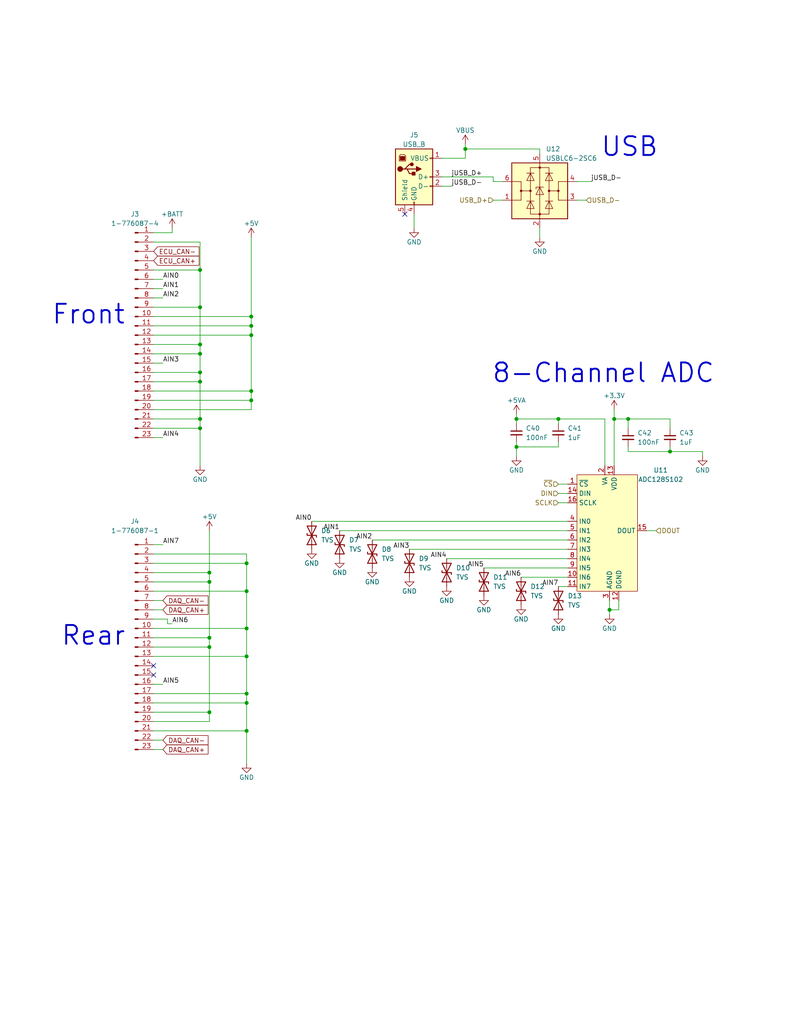
<source format=kicad_sch>
(kicad_sch (version 20250114) (generator "eeschema") (generator_version "9.0")
  (paper "USLetter" portrait)
  (title_block (title "SDM-24 Data Logger") (date "2024-01-20") (rev "v3.1") (company "Sun Devil Motorsports") (comment 1 "Connectors"))
  (lib_symbols
    (symbol "Connector:Conn_01x23_Pin" (pin_names (offset 1.016) (hide yes))
      (property "Reference" "J" (at 0 30.48 0))
      (property "Value" "Conn_01x23_Pin" (at 0 -30.48 0))
      (symbol "Conn_01x23_Pin_1_1"
        (rectangle (start 0.8636 28.067) (end 0 27.813) (stroke (width 0.1524)) (fill (type outline)))
        (rectangle (start 0.8636 25.527) (end 0 25.273) (stroke (width 0.1524)) (fill (type outline)))
        (rectangle (start 0.8636 22.987) (end 0 22.733) (stroke (width 0.1524)) (fill (type outline)))
        (rectangle (start 0.8636 20.447) (end 0 20.193) (stroke (width 0.1524)) (fill (type outline)))
        (rectangle (start 0.8636 17.907) (end 0 17.653) (stroke (width 0.1524)) (fill (type outline)))
        (rectangle (start 0.8636 15.367) (end 0 15.113) (stroke (width 0.1524)) (fill (type outline)))
        (rectangle (start 0.8636 12.827) (end 0 12.573) (stroke (width 0.1524)) (fill (type outline)))
        (rectangle (start 0.8636 10.287) (end 0 10.033) (stroke (width 0.1524)) (fill (type outline)))
        (rectangle (start 0.8636 7.747) (end 0 7.493) (stroke (width 0.1524)) (fill (type outline)))
        (rectangle (start 0.8636 5.207) (end 0 4.953) (stroke (width 0.1524)) (fill (type outline)))
        (rectangle (start 0.8636 2.667) (end 0 2.413) (stroke (width 0.1524)) (fill (type outline)))
        (rectangle (start 0.8636 0.127) (end 0 -0.127) (stroke (width 0.1524)) (fill (type outline)))
        (rectangle (start 0.8636 -2.413) (end 0 -2.667) (stroke (width 0.1524)) (fill (type outline)))
        (rectangle (start 0.8636 -4.953) (end 0 -5.207) (stroke (width 0.1524)) (fill (type outline)))
        (rectangle (start 0.8636 -7.493) (end 0 -7.747) (stroke (width 0.1524)) (fill (type outline)))
        (rectangle (start 0.8636 -10.033) (end 0 -10.287) (stroke (width 0.1524)) (fill (type outline)))
        (rectangle (start 0.8636 -12.573) (end 0 -12.827) (stroke (width 0.1524)) (fill (type outline)))
        (rectangle (start 0.8636 -15.113) (end 0 -15.367) (stroke (width 0.1524)) (fill (type outline)))
        (rectangle (start 0.8636 -17.653) (end 0 -17.907) (stroke (width 0.1524)) (fill (type outline)))
        (rectangle (start 0.8636 -20.193) (end 0 -20.447) (stroke (width 0.1524)) (fill (type outline)))
        (rectangle (start 0.8636 -22.733) (end 0 -22.987) (stroke (width 0.1524)) (fill (type outline)))
        (rectangle (start 0.8636 -25.273) (end 0 -25.527) (stroke (width 0.1524)) (fill (type outline)))
        (rectangle (start 0.8636 -27.813) (end 0 -28.067) (stroke (width 0.1524)) (fill (type outline)))
        (polyline (pts (xy 1.27 27.94) (xy 0.8636 27.94)) (stroke (width 0.1524)))
        (polyline (pts (xy 1.27 25.4) (xy 0.8636 25.4)) (stroke (width 0.1524)))
        (polyline (pts (xy 1.27 22.86) (xy 0.8636 22.86)) (stroke (width 0.1524)))
        (polyline (pts (xy 1.27 20.32) (xy 0.8636 20.32)) (stroke (width 0.1524)))
        (polyline (pts (xy 1.27 17.78) (xy 0.8636 17.78)) (stroke (width 0.1524)))
        (polyline (pts (xy 1.27 15.24) (xy 0.8636 15.24)) (stroke (width 0.1524)))
        (polyline (pts (xy 1.27 12.7) (xy 0.8636 12.7)) (stroke (width 0.1524)))
        (polyline (pts (xy 1.27 10.16) (xy 0.8636 10.16)) (stroke (width 0.1524)))
        (polyline (pts (xy 1.27 7.62) (xy 0.8636 7.62)) (stroke (width 0.1524)))
        (polyline (pts (xy 1.27 5.08) (xy 0.8636 5.08)) (stroke (width 0.1524)))
        (polyline (pts (xy 1.27 2.54) (xy 0.8636 2.54)) (stroke (width 0.1524)))
        (polyline (pts (xy 1.27 0) (xy 0.8636 0)) (stroke (width 0.1524)))
        (polyline (pts (xy 1.27 -2.54) (xy 0.8636 -2.54)) (stroke (width 0.1524)))
        (polyline (pts (xy 1.27 -5.08) (xy 0.8636 -5.08)) (stroke (width 0.1524)))
        (polyline (pts (xy 1.27 -7.62) (xy 0.8636 -7.62)) (stroke (width 0.1524)))
        (polyline (pts (xy 1.27 -10.16) (xy 0.8636 -10.16)) (stroke (width 0.1524)))
        (polyline (pts (xy 1.27 -12.7) (xy 0.8636 -12.7)) (stroke (width 0.1524)))
        (polyline (pts (xy 1.27 -15.24) (xy 0.8636 -15.24)) (stroke (width 0.1524)))
        (polyline (pts (xy 1.27 -17.78) (xy 0.8636 -17.78)) (stroke (width 0.1524)))
        (polyline (pts (xy 1.27 -20.32) (xy 0.8636 -20.32)) (stroke (width 0.1524)))
        (polyline (pts (xy 1.27 -22.86) (xy 0.8636 -22.86)) (stroke (width 0.1524)))
        (polyline (pts (xy 1.27 -25.4) (xy 0.8636 -25.4)) (stroke (width 0.1524)))
        (polyline (pts (xy 1.27 -27.94) (xy 0.8636 -27.94)) (stroke (width 0.1524)))
        (pin passive line (at 5.08 27.94 180) (length 3.81) (name "Pin_1") (number "1"))
        (pin passive line (at 5.08 25.4 180) (length 3.81) (name "Pin_2") (number "2"))
        (pin passive line (at 5.08 22.86 180) (length 3.81) (name "Pin_3") (number "3"))
        (pin passive line (at 5.08 20.32 180) (length 3.81) (name "Pin_4") (number "4"))
        (pin passive line (at 5.08 17.78 180) (length 3.81) (name "Pin_5") (number "5"))
        (pin passive line (at 5.08 15.24 180) (length 3.81) (name "Pin_6") (number "6"))
        (pin passive line (at 5.08 12.7 180) (length 3.81) (name "Pin_7") (number "7"))
        (pin passive line (at 5.08 10.16 180) (length 3.81) (name "Pin_8") (number "8"))
        (pin passive line (at 5.08 7.62 180) (length 3.81) (name "Pin_9") (number "9"))
        (pin passive line (at 5.08 5.08 180) (length 3.81) (name "Pin_10") (number "10"))
        (pin passive line (at 5.08 2.54 180) (length 3.81) (name "Pin_11") (number "11"))
        (pin passive line (at 5.08 0 180) (length 3.81) (name "Pin_12") (number "12"))
        (pin passive line (at 5.08 -2.54 180) (length 3.81) (name "Pin_13") (number "13"))
        (pin passive line (at 5.08 -5.08 180) (length 3.81) (name "Pin_14") (number "14"))
        (pin passive line (at 5.08 -7.62 180) (length 3.81) (name "Pin_15") (number "15"))
        (pin passive line (at 5.08 -10.16 180) (length 3.81) (name "Pin_16") (number "16"))
        (pin passive line (at 5.08 -12.7 180) (length 3.81) (name "Pin_17") (number "17"))
        (pin passive line (at 5.08 -15.24 180) (length 3.81) (name "Pin_18") (number "18"))
        (pin passive line (at 5.08 -17.78 180) (length 3.81) (name "Pin_19") (number "19"))
        (pin passive line (at 5.08 -20.32 180) (length 3.81) (name "Pin_20") (number "20"))
        (pin passive line (at 5.08 -22.86 180) (length 3.81) (name "Pin_21") (number "21"))
        (pin passive line (at 5.08 -25.4 180) (length 3.81) (name "Pin_22") (number "22"))
        (pin passive line (at 5.08 -27.94 180) (length 3.81) (name "Pin_23") (number "23"))
      )
    )
    (symbol "Connector:USB_B" (pin_names (offset 1.016))
      (property "Reference" "J" (at -5.08 11.43 0))
      (property "Value" "USB_B" (at -5.08 8.89 0))
      (symbol "USB_B_0_1"
        (rectangle (start -5.08 -7.62) (end 5.08 7.62) (stroke (width 0.254)) (fill (type background)))
        (polyline (pts (xy -4.064 4.318) (xy -2.286 4.318) (xy -2.286 5.715) (xy -2.667 6.096) (xy -3.683 6.096) (xy -4.064 5.715) (xy -4.064 4.318)))
        (rectangle (start -3.81 5.588) (end -2.54 4.572) (fill (type outline)))
        (circle (center -3.81 2.159) (radius 0.635) (stroke (width 0.254)) (fill (type outline)))
        (polyline (pts (xy -3.175 2.159) (xy -2.54 2.159) (xy -1.27 3.429) (xy -0.635 3.429)) (stroke (width 0.254)))
        (polyline (pts (xy -2.54 2.159) (xy -1.905 2.159) (xy -1.27 0.889) (xy 0 0.889)) (stroke (width 0.254)))
        (polyline (pts (xy -1.905 2.159) (xy 0.635 2.159)) (stroke (width 0.254)))
        (circle (center -0.635 3.429) (radius 0.381) (stroke (width 0.254)) (fill (type outline)))
        (rectangle (start -0.127 -7.62) (end 0.127 -6.858))
        (rectangle (start 0.254 1.27) (end -0.508 0.508) (stroke (width 0.254)) (fill (type outline)))
        (polyline (pts (xy 0.635 2.794) (xy 0.635 1.524) (xy 1.905 2.159) (xy 0.635 2.794)) (stroke (width 0.254)) (fill (type outline)))
        (rectangle (start 5.08 4.953) (end 4.318 5.207))
        (rectangle (start 5.08 -0.127) (end 4.318 0.127))
        (rectangle (start 5.08 -2.667) (end 4.318 -2.413))
      )
      (symbol "USB_B_1_1"
        (pin passive line (at -2.54 -10.16 90) (length 2.54) (name "Shield") (number "5"))
        (pin power_out line (at 0 -10.16 90) (length 2.54) (name "GND") (number "4"))
        (pin power_out line (at 7.62 5.08 180) (length 2.54) (name "VBUS") (number "1"))
        (pin bidirectional line (at 7.62 0 180) (length 2.54) (name "D+") (number "3"))
        (pin bidirectional line (at 7.62 -2.54 180) (length 2.54) (name "D-") (number "2"))
      )
    )
    (symbol "Device:C_Small" (pin_numbers (hide yes)) (pin_names (offset 0.254) (hide yes))
      (property "Reference" "C" (at 0.254 1.778 0))
      (property "Value" "C_Small" (at 0.254 -2.032 0))
      (symbol "C_Small_0_1"
        (polyline (pts (xy -1.524 0.508) (xy 1.524 0.508)) (stroke (width 0.3048)))
        (polyline (pts (xy -1.524 -0.508) (xy 1.524 -0.508)) (stroke (width 0.3302)))
      )
      (symbol "C_Small_1_1"
        (pin passive line (at 0 2.54 270) (length 2.032) (name "~") (number "1"))
        (pin passive line (at 0 -2.54 90) (length 2.032) (name "~") (number "2"))
      )
    )
    (symbol "Device:D_TVS" (pin_numbers (hide yes)) (pin_names (offset 1.016) (hide yes))
      (property "Reference" "D" (at 0 2.54 0))
      (property "Value" "D_TVS" (at 0 -2.54 0))
      (symbol "D_TVS_0_1"
        (polyline (pts (xy -2.54 1.27) (xy -2.54 -1.27) (xy 2.54 1.27) (xy 2.54 -1.27) (xy -2.54 1.27)) (stroke (width 0.254)))
        (polyline (pts (xy 0.508 1.27) (xy 0 1.27) (xy 0 -1.27) (xy -0.508 -1.27)) (stroke (width 0.254)))
        (polyline (pts (xy 1.27 0) (xy -1.27 0)))
      )
      (symbol "D_TVS_1_1"
        (pin passive line (at -3.81 0 0) (length 2.54) (name "A1") (number "1"))
        (pin passive line (at 3.81 0 180) (length 2.54) (name "A2") (number "2"))
      )
    )
    (symbol "Power_Protection:USBLC6-2SC6" (pin_names (hide yes))
      (property "Reference" "U" (at 2.54 8.89 0))
      (property "Value" "USBLC6-2SC6" (at 2.54 -8.89 0))
      (symbol "USBLC6-2SC6_0_1"
        (rectangle (start -7.62 -7.62) (end 7.62 7.62) (stroke (width 0.254)) (fill (type background)))
        (polyline (pts (xy -5.08 2.54) (xy -7.62 2.54)))
        (circle (center -5.08 0) (radius 0.254) (fill (type outline)))
        (polyline (pts (xy -5.08 0) (xy -5.08 -2.54)))
        (polyline (pts (xy -5.08 -2.54) (xy -7.62 -2.54)))
        (polyline (pts (xy -3.556 2.794) (xy -1.524 2.794) (xy -2.54 4.826) (xy -3.556 2.794)))
        (polyline (pts (xy -3.556 -4.826) (xy -1.524 -4.826) (xy -2.54 -2.794) (xy -3.556 -4.826)))
        (rectangle (start -2.54 6.35) (end 2.54 -6.35))
        (circle (center -2.54 0) (radius 0.254) (fill (type outline)))
        (polyline (pts (xy -2.54 0) (xy -5.08 0) (xy -5.08 2.54)))
        (polyline (pts (xy -1.524 4.826) (xy -3.556 4.826)))
        (polyline (pts (xy -1.524 -2.794) (xy -3.556 -2.794)))
        (polyline (pts (xy -1.016 -1.016) (xy 1.016 -1.016) (xy 0 1.016) (xy -1.016 -1.016)))
        (circle (center 0 6.35) (radius 0.254) (fill (type outline)))
        (polyline (pts (xy 0 6.35) (xy 0 7.62)))
        (polyline (pts (xy 0 1.27) (xy 0 6.35)))
        (polyline (pts (xy 0 -6.35) (xy 0 1.27)))
        (circle (center 0 -6.35) (radius 0.254) (fill (type outline)))
        (polyline (pts (xy 0 -7.62) (xy 0 -6.35)))
        (polyline (pts (xy 1.016 1.016) (xy 0.762 1.016) (xy -1.016 1.016) (xy -1.016 0.508)))
        (polyline (pts (xy 1.524 4.826) (xy 3.556 4.826)))
        (polyline (pts (xy 1.524 -2.794) (xy 3.556 -2.794)))
        (polyline (pts (xy 2.54 0) (xy 5.08 0) (xy 5.08 2.54)))
        (circle (center 2.54 0) (radius 0.254) (fill (type outline)))
        (polyline (pts (xy 3.556 2.794) (xy 1.524 2.794) (xy 2.54 4.826) (xy 3.556 2.794)))
        (polyline (pts (xy 3.556 -4.826) (xy 1.524 -4.826) (xy 2.54 -2.794) (xy 3.556 -4.826)))
        (polyline (pts (xy 5.08 2.54) (xy 7.62 2.54)))
        (polyline (pts (xy 5.08 0) (xy 5.08 -2.54)))
        (circle (center 5.08 0) (radius 0.254) (fill (type outline)))
        (polyline (pts (xy 5.08 -2.54) (xy 7.62 -2.54)))
      )
      (symbol "USBLC6-2SC6_1_1"
        (pin passive line (at -10.16 2.54 0) (length 2.54) (name "I/O1") (number "6"))
        (pin passive line (at -10.16 -2.54 0) (length 2.54) (name "I/O1") (number "1"))
        (pin passive line (at 0 10.16 270) (length 2.54) (name "VBUS") (number "5"))
        (pin passive line (at 0 -10.16 90) (length 2.54) (name "GND") (number "2"))
        (pin passive line (at 10.16 2.54 180) (length 2.54) (name "I/O2") (number "4"))
        (pin passive line (at 10.16 -2.54 180) (length 2.54) (name "I/O2") (number "3"))
      )
    )
    (symbol "lib:TI_ADC128S102"
      (property "Reference" "U" (at 10.16 5.08 0))
      (property "Value" "ADC128S102" (at 10.16 2.54 0))
      (symbol "TI_ADC128S102_1_1"
        (rectangle (start -8.89 1.27) (end 7.62 -30.48) (fill (type background)))
        (pin input line (at -11.43 -1.27 0) (length 2.54) (name "~{CS}") (number "1"))
        (pin input line (at -11.43 -3.81 0) (length 2.54) (name "DIN") (number "14"))
        (pin input line (at -11.43 -6.35 0) (length 2.54) (name "SCLK") (number "16"))
        (pin input line (at -11.43 -11.43 0) (length 2.54) (name "IN0") (number "4"))
        (pin input line (at -11.43 -13.97 0) (length 2.54) (name "IN1") (number "5"))
        (pin input line (at -11.43 -16.51 0) (length 2.54) (name "IN2") (number "6"))
        (pin input line (at -11.43 -19.05 0) (length 2.54) (name "IN3") (number "7"))
        (pin input line (at -11.43 -21.59 0) (length 2.54) (name "IN4") (number "8"))
        (pin input line (at -11.43 -24.13 0) (length 2.54) (name "IN5") (number "9"))
        (pin input line (at -11.43 -26.67 0) (length 2.54) (name "IN6") (number "10"))
        (pin input line (at -11.43 -29.21 0) (length 2.54) (name "IN7") (number "11"))
        (pin power_in line (at -1.27 3.81 270) (length 2.54) (name "VA") (number "2"))
        (pin power_in line (at 0 -33.02 90) (length 2.54) (name "AGND") (number "3"))
        (pin power_in line (at 1.27 3.81 270) (length 2.54) (name "VDD") (number "13"))
        (pin power_in line (at 2.54 -33.02 90) (length 2.54) (name "DGND") (number "12"))
        (pin output line (at 10.16 -13.97 180) (length 2.54) (name "DOUT") (number "15"))
      )
    )
    (symbol "power:+3.3V" (power) (pin_names (offset 0))
      (property "Value" "+3.3V" (at 0 3.556 0))
      (symbol "+3.3V_0_1"
        (polyline (pts (xy -0.762 1.27) (xy 0 2.54)))
        (polyline (pts (xy 0 2.54) (xy 0.762 1.27)))
        (polyline (pts (xy 0 0) (xy 0 2.54)))
      )
      (symbol "+3.3V_1_1"
        (pin power_in line (at 0 0 90) (length 0) (hide yes) (name "+3.3V") (number "1"))
      )
    )
    (symbol "power:+5V" (power) (pin_names (offset 0))
      (property "Value" "+5V" (at 0 3.556 0))
      (symbol "+5V_0_1"
        (polyline (pts (xy -0.762 1.27) (xy 0 2.54)))
        (polyline (pts (xy 0 2.54) (xy 0.762 1.27)))
        (polyline (pts (xy 0 0) (xy 0 2.54)))
      )
      (symbol "+5V_1_1"
        (pin power_in line (at 0 0 90) (length 0) (hide yes) (name "+5V") (number "1"))
      )
    )
    (symbol "power:+5VA" (power) (pin_names (offset 0))
      (property "Value" "+5VA" (at 0 3.556 0))
      (symbol "+5VA_0_1"
        (polyline (pts (xy -0.762 1.27) (xy 0 2.54)))
        (polyline (pts (xy 0 2.54) (xy 0.762 1.27)))
        (polyline (pts (xy 0 0) (xy 0 2.54)))
      )
      (symbol "+5VA_1_1"
        (pin power_in line (at 0 0 90) (length 0) (hide yes) (name "+5VA") (number "1"))
      )
    )
    (symbol "power:+BATT" (power) (pin_names (offset 0))
      (property "Value" "+BATT" (at 0 3.556 0))
      (symbol "+BATT_0_1"
        (polyline (pts (xy -0.762 1.27) (xy 0 2.54)))
        (polyline (pts (xy 0 2.54) (xy 0.762 1.27)))
        (polyline (pts (xy 0 0) (xy 0 2.54)))
      )
      (symbol "+BATT_1_1"
        (pin power_in line (at 0 0 90) (length 0) (hide yes) (name "+BATT") (number "1"))
      )
    )
    (symbol "power:GND" (power) (pin_names (offset 0))
      (property "Value" "GND" (at 0 -3.81 0))
      (symbol "GND_0_1"
        (polyline (pts (xy 0 0) (xy 0 -1.27) (xy 1.27 -1.27) (xy 0 -2.54) (xy -1.27 -1.27) (xy 0 -1.27)))
      )
      (symbol "GND_1_1"
        (pin power_in line (at 0 0 270) (length 0) (hide yes) (name "GND") (number "1"))
      )
    )
    (symbol "power:VBUS" (power) (pin_names (offset 0))
      (property "Value" "VBUS" (at 0 3.81 0))
      (symbol "VBUS_0_1"
        (polyline (pts (xy -0.762 1.27) (xy 0 2.54)))
        (polyline (pts (xy 0 2.54) (xy 0.762 1.27)))
        (polyline (pts (xy 0 0) (xy 0 2.54)))
      )
      (symbol "VBUS_1_1"
        (pin power_in line (at 0 0 90) (length 0) (hide yes) (name "VBUS") (number "1"))
      )
    )
  )
  (text "8-Channel ADC" (at 134.112 104.902 0) (effects (font (size 5.12 5.12) (thickness 0.51) (bold yes)) (justify left bottom)))
  (text "Rear" (at 16.51 176.53 0) (effects (font (size 5.12 5.12) (thickness 0.51) (bold yes)) (justify left bottom)))
  (text "Front" (at 13.97 88.9 0) (effects (font (size 5.12 5.12) (thickness 0.51) (bold yes)) (justify left bottom)))
  (text "USB" (at 163.83 43.18 0) (effects (font (size 5.12 5.12) (thickness 0.51) (bold yes)) (justify left bottom)))
  (junction (at 57.15 176.53))
  (junction (at 54.61 93.98))
  (junction (at 67.31 161.29))
  (junction (at 152.4 114.3))
  (junction (at 57.15 158.75))
  (junction (at 127 40.64))
  (junction (at 67.31 171.45))
  (junction (at 57.15 173.99))
  (junction (at 68.58 106.68))
  (junction (at 68.58 86.36))
  (junction (at 54.61 101.6))
  (junction (at 54.61 116.84))
  (junction (at 54.61 104.14))
  (junction (at 166.37 166.37))
  (junction (at 67.31 179.07))
  (junction (at 54.61 114.3))
  (junction (at 167.64 114.3))
  (junction (at 68.58 88.9))
  (junction (at 67.31 189.23))
  (junction (at 67.31 153.67))
  (junction (at 140.97 121.92))
  (junction (at 68.58 109.22))
  (junction (at 57.15 156.21))
  (junction (at 54.61 83.82))
  (junction (at 57.15 194.31))
  (junction (at 54.61 73.66))
  (junction (at 140.97 114.3))
  (junction (at 182.88 123.19))
  (junction (at 171.45 114.3))
  (junction (at 54.61 96.52))
  (junction (at 67.31 199.39))
  (junction (at 68.58 91.44))
  (junction (at 67.31 191.77))
  (no_connect (at 110.49 58.42))
  (no_connect (at 41.91 181.61))
  (no_connect (at 41.91 184.15))
  (wire (pts (xy 54.61 127) (xy 54.61 116.84)))
  (wire (pts (xy 171.45 116.84) (xy 171.45 114.3)))
  (wire (pts (xy 68.58 64.77) (xy 68.58 86.36)))
  (wire (pts (xy 134.62 54.61) (xy 137.16 54.61)))
  (wire (pts (xy 41.91 201.93) (xy 44.45 201.93)))
  (wire (pts (xy 67.31 151.13) (xy 67.31 153.67)))
  (wire (pts (xy 171.45 114.3) (xy 167.64 114.3)))
  (wire (pts (xy 171.45 121.92) (xy 171.45 123.19)))
  (wire (pts (xy 152.4 114.3) (xy 165.1 114.3)))
  (wire (pts (xy 166.37 163.83) (xy 166.37 166.37)))
  (wire (pts (xy 41.91 76.2) (xy 44.45 76.2)))
  (wire (pts (xy 168.91 166.37) (xy 166.37 166.37)))
  (wire (pts (xy 54.61 73.66) (xy 54.61 83.82)))
  (wire (pts (xy 41.91 88.9) (xy 68.58 88.9)))
  (wire (pts (xy 41.91 111.76) (xy 68.58 111.76)))
  (wire (pts (xy 45.72 168.91) (xy 41.91 168.91)))
  (wire (pts (xy 134.62 49.53) (xy 134.62 48.26)))
  (wire (pts (xy 120.65 43.18) (xy 127 43.18)))
  (wire (pts (xy 41.91 96.52) (xy 54.61 96.52)))
  (wire (pts (xy 152.4 114.3) (xy 140.97 114.3)))
  (wire (pts (xy 140.97 114.3) (xy 140.97 113.03)))
  (wire (pts (xy 46.99 63.5) (xy 46.99 62.23)))
  (wire (pts (xy 120.65 48.26) (xy 134.62 48.26)))
  (wire (pts (xy 111.76 149.86) (xy 154.94 149.86)))
  (wire (pts (xy 191.77 123.19) (xy 191.77 124.46)))
  (wire (pts (xy 41.91 148.59) (xy 44.45 148.59)))
  (wire (pts (xy 41.91 63.5) (xy 46.99 63.5)))
  (wire (pts (xy 41.91 166.37) (xy 44.45 166.37)))
  (wire (pts (xy 41.91 189.23) (xy 67.31 189.23)))
  (wire (pts (xy 140.97 115.57) (xy 140.97 114.3)))
  (wire (pts (xy 41.91 78.74) (xy 44.45 78.74)))
  (wire (pts (xy 41.91 119.38) (xy 44.45 119.38)))
  (wire (pts (xy 41.91 73.66) (xy 54.61 73.66)))
  (wire (pts (xy 67.31 179.07) (xy 67.31 189.23)))
  (wire (pts (xy 140.97 121.92) (xy 152.4 121.92)))
  (wire (pts (xy 54.61 114.3) (xy 54.61 116.84)))
  (wire (pts (xy 54.61 66.04) (xy 54.61 73.66)))
  (wire (pts (xy 67.31 153.67) (xy 67.31 161.29)))
  (wire (pts (xy 67.31 208.28) (xy 67.31 199.39)))
  (wire (pts (xy 101.6 147.32) (xy 154.94 147.32)))
  (wire (pts (xy 41.91 106.68) (xy 68.58 106.68)))
  (wire (pts (xy 45.72 170.18) (xy 45.72 168.91)))
  (wire (pts (xy 41.91 114.3) (xy 54.61 114.3)))
  (wire (pts (xy 57.15 196.85) (xy 57.15 194.31)))
  (wire (pts (xy 85.09 142.24) (xy 154.94 142.24)))
  (wire (pts (xy 67.31 171.45) (xy 67.31 179.07)))
  (wire (pts (xy 147.32 62.23) (xy 147.32 64.77)))
  (wire (pts (xy 57.15 176.53) (xy 57.15 194.31)))
  (wire (pts (xy 41.91 186.69) (xy 44.45 186.69)))
  (wire (pts (xy 171.45 123.19) (xy 182.88 123.19)))
  (wire (pts (xy 41.91 99.06) (xy 44.45 99.06)))
  (wire (pts (xy 68.58 88.9) (xy 68.58 91.44)))
  (wire (pts (xy 92.71 144.78) (xy 154.94 144.78)))
  (wire (pts (xy 182.88 123.19) (xy 191.77 123.19)))
  (wire (pts (xy 140.97 120.65) (xy 140.97 121.92)))
  (wire (pts (xy 41.91 176.53) (xy 57.15 176.53)))
  (wire (pts (xy 41.91 109.22) (xy 68.58 109.22)))
  (wire (pts (xy 41.91 66.04) (xy 54.61 66.04)))
  (wire (pts (xy 142.24 157.48) (xy 154.94 157.48)))
  (wire (pts (xy 67.31 161.29) (xy 67.31 171.45)))
  (wire (pts (xy 41.91 151.13) (xy 67.31 151.13)))
  (wire (pts (xy 120.65 50.8) (xy 123.19 50.8)))
  (wire (pts (xy 57.15 144.78) (xy 57.15 156.21)))
  (wire (pts (xy 41.91 163.83) (xy 44.45 163.83)))
  (wire (pts (xy 182.88 121.92) (xy 182.88 123.19)))
  (wire (pts (xy 68.58 111.76) (xy 68.58 109.22)))
  (wire (pts (xy 165.1 127) (xy 165.1 114.3)))
  (wire (pts (xy 157.48 49.53) (xy 161.29 49.53)))
  (wire (pts (xy 176.53 144.78) (xy 179.07 144.78)))
  (wire (pts (xy 182.88 114.3) (xy 171.45 114.3)))
  (wire (pts (xy 54.61 101.6) (xy 54.61 96.52)))
  (wire (pts (xy 157.48 54.61) (xy 160.02 54.61)))
  (wire (pts (xy 127 43.18) (xy 127 40.64)))
  (wire (pts (xy 152.4 120.65) (xy 152.4 121.92)))
  (wire (pts (xy 152.4 160.02) (xy 154.94 160.02)))
  (wire (pts (xy 54.61 93.98) (xy 54.61 96.52)))
  (wire (pts (xy 41.91 204.47) (xy 44.45 204.47)))
  (wire (pts (xy 140.97 121.92) (xy 140.97 124.46)))
  (wire (pts (xy 68.58 86.36) (xy 68.58 88.9)))
  (wire (pts (xy 137.16 49.53) (xy 134.62 49.53)))
  (wire (pts (xy 57.15 173.99) (xy 57.15 176.53)))
  (wire (pts (xy 127 40.64) (xy 127 39.37)))
  (wire (pts (xy 41.91 101.6) (xy 54.61 101.6)))
  (wire (pts (xy 113.03 58.42) (xy 113.03 62.23)))
  (wire (pts (xy 67.31 189.23) (xy 67.31 191.77)))
  (wire (pts (xy 167.64 114.3) (xy 167.64 127)))
  (wire (pts (xy 41.91 156.21) (xy 57.15 156.21)))
  (wire (pts (xy 167.64 111.76) (xy 167.64 114.3)))
  (wire (pts (xy 41.91 191.77) (xy 67.31 191.77)))
  (wire (pts (xy 54.61 83.82) (xy 54.61 93.98)))
  (wire (pts (xy 68.58 106.68) (xy 68.58 109.22)))
  (wire (pts (xy 41.91 173.99) (xy 57.15 173.99)))
  (wire (pts (xy 121.92 152.4) (xy 154.94 152.4)))
  (wire (pts (xy 41.91 93.98) (xy 54.61 93.98)))
  (wire (pts (xy 41.91 158.75) (xy 57.15 158.75)))
  (wire (pts (xy 127 40.64) (xy 147.32 40.64)))
  (wire (pts (xy 57.15 158.75) (xy 57.15 173.99)))
  (wire (pts (xy 152.4 134.62) (xy 154.94 134.62)))
  (wire (pts (xy 41.91 161.29) (xy 67.31 161.29)))
  (wire (pts (xy 152.4 114.3) (xy 152.4 115.57)))
  (wire (pts (xy 68.58 91.44) (xy 68.58 106.68)))
  (wire (pts (xy 54.61 104.14) (xy 54.61 101.6)))
  (wire (pts (xy 132.08 154.94) (xy 154.94 154.94)))
  (wire (pts (xy 45.72 170.18) (xy 46.99 170.18)))
  (wire (pts (xy 41.91 179.07) (xy 67.31 179.07)))
  (wire (pts (xy 67.31 191.77) (xy 67.31 199.39)))
  (wire (pts (xy 152.4 132.08) (xy 154.94 132.08)))
  (wire (pts (xy 182.88 116.84) (xy 182.88 114.3)))
  (wire (pts (xy 168.91 163.83) (xy 168.91 166.37)))
  (wire (pts (xy 41.91 104.14) (xy 54.61 104.14)))
  (wire (pts (xy 41.91 91.44) (xy 68.58 91.44)))
  (wire (pts (xy 41.91 86.36) (xy 68.58 86.36)))
  (wire (pts (xy 41.91 194.31) (xy 57.15 194.31)))
  (wire (pts (xy 67.31 199.39) (xy 41.91 199.39)))
  (wire (pts (xy 41.91 153.67) (xy 67.31 153.67)))
  (wire (pts (xy 54.61 83.82) (xy 41.91 83.82)))
  (wire (pts (xy 41.91 171.45) (xy 67.31 171.45)))
  (wire (pts (xy 41.91 116.84) (xy 54.61 116.84)))
  (wire (pts (xy 41.91 81.28) (xy 44.45 81.28)))
  (wire (pts (xy 166.37 166.37) (xy 166.37 167.64)))
  (wire (pts (xy 54.61 104.14) (xy 54.61 114.3)))
  (wire (pts (xy 57.15 156.21) (xy 57.15 158.75)))
  (wire (pts (xy 147.32 41.91) (xy 147.32 40.64)))
  (wire (pts (xy 41.91 196.85) (xy 57.15 196.85)))
  (wire (pts (xy 152.4 137.16) (xy 154.94 137.16)))
  (label "AIN7" (at 44.45 148.59 0))
  (label "AIN3" (at 111.76 149.86 180))
  (label "AIN5" (at 132.08 154.94 180))
  (label "AIN7" (at 152.4 160.02 180))
  (label "AIN1" (at 92.71 144.78 180))
  (label "AIN2" (at 44.45 81.28 0))
  (label "AIN6" (at 142.24 157.48 180))
  (label "jUSB_D+" (at 123.19 48.26 0))
  (label "AIN4" (at 121.92 152.4 180))
  (label "AIN2" (at 101.6 147.32 180))
  (label "AIN6" (at 46.99 170.18 0))
  (label "AIN1" (at 44.45 78.74 0))
  (label "AIN3" (at 44.45 99.06 0))
  (label "AIN0" (at 44.45 76.2 0))
  (label "AIN5" (at 44.45 186.69 0))
  (label "jUSB_D-" (at 123.19 50.8 0))
  (label "AIN4" (at 44.45 119.38 0))
  (label "jUSB_D-" (at 161.29 49.53 0))
  (label "AIN0" (at 85.09 142.24 180))
  (global_label "ECU_CAN+" (shape input) (at 41.91 71.12 0) (property "Intersheetrefs" "${INTERSHEET_REFS}" (effects (hide yes))))
  (global_label "DAQ_CAN-" (shape input) (at 44.45 201.93 0) (property "Intersheetrefs" "${INTERSHEET_REFS}" (effects (hide yes))))
  (global_label "ECU_CAN-" (shape input) (at 41.91 68.58 0) (property "Intersheetrefs" "${INTERSHEET_REFS}" (effects (hide yes))))
  (global_label "DAQ_CAN-" (shape input) (at 44.45 163.83 0) (property "Intersheetrefs" "${INTERSHEET_REFS}" (effects (hide yes))))
  (global_label "DAQ_CAN+" (shape input) (at 44.45 204.47 0) (property "Intersheetrefs" "${INTERSHEET_REFS}" (effects (hide yes))))
  (global_label "DAQ_CAN+" (shape input) (at 44.45 166.37 0) (property "Intersheetrefs" "${INTERSHEET_REFS}" (effects (hide yes))))
  (hierarchical_label "SCLK" (shape input) (at 152.4 137.16 180))
  (hierarchical_label "DIN" (shape input) (at 152.4 134.62 180))
  (hierarchical_label "~{CS}" (shape input) (at 152.4 132.08 180))
  (hierarchical_label "DOUT" (shape input) (at 179.07 144.78 0))
  (hierarchical_label "USB_D-" (shape input) (at 160.02 54.61 0))
  (hierarchical_label "USB_D+" (shape input) (at 134.62 54.61 180))
  (symbol (lib_id "Device:D_TVS") (at 101.6 151.13 90) (unit 1)
    (property "Reference" "D8" (at 104.14 149.8599 90) (effects (justify right)))
    (property "Value" "TVS" (at 104.14 152.3999 90) (effects (justify right)))
    (property "Footprint" "Diode_SMD:D_SOD-323" (effects (hide yes)))
  )
  (symbol (lib_id "power:+5VA") (at 140.97 113.03 0) (unit 1)
    (property "Reference" "#PWR056" (effects (hide yes)))
    (property "Value" "+5VA" (at 140.97 109.22 0))
  )
  (symbol (lib_id "Device:D_TVS") (at 152.4 163.83 90) (unit 1)
    (property "Reference" "D13" (at 154.94 162.5599 90) (effects (justify right)))
    (property "Value" "TVS" (at 154.94 165.0999 90) (effects (justify right)))
    (property "Footprint" "Diode_SMD:D_SOD-323" (effects (hide yes)))
  )
  (symbol (lib_id "Device:D_TVS") (at 142.24 161.29 90) (unit 1)
    (property "Reference" "D12" (at 144.78 160.0199 90) (effects (justify right)))
    (property "Value" "TVS" (at 144.78 162.5599 90) (effects (justify right)))
    (property "Footprint" "Diode_SMD:D_SOD-323" (effects (hide yes)))
  )
  (symbol (lib_id "power:+3.3V") (at 167.64 111.76 0) (mirror y) (unit 1)
    (property "Reference" "#PWR060" (effects (hide yes)))
    (property "Value" "+3.3V" (at 167.64 107.95 0))
  )
  (symbol (lib_id "power:GND") (at 111.76 157.48 0) (unit 1)
    (property "Reference" "#PWR076" (effects (hide yes)))
    (property "Value" "GND" (at 111.76 161.29 0))
  )
  (symbol (lib_id "Device:D_TVS") (at 92.71 148.59 90) (unit 1)
    (property "Reference" "D7" (at 95.25 147.3199 90) (effects (justify right)))
    (property "Value" "TVS" (at 95.25 149.8599 90) (effects (justify right)))
    (property "Footprint" "Diode_SMD:D_SOD-323" (effects (hide yes)))
  )
  (symbol (lib_id "power:GND") (at 140.97 124.46 0) (unit 1)
    (property "Reference" "#PWR057" (effects (hide yes)))
    (property "Value" "GND" (at 140.97 128.27 0))
  )
  (symbol (lib_id "lib:TI_ADC128S102") (at 166.37 130.81 0) (unit 1)
    (property "Reference" "U11" (at 180.34 128.27 0))
    (property "Value" "ADC128S102" (at 180.34 130.81 0))
    (property "Footprint" "Package_SO:TSSOP-16_4.4x5mm_P0.65mm" (effects (hide yes)))
  )
  (symbol (lib_id "power:GND") (at 142.24 165.1 0) (unit 1)
    (property "Reference" "#PWR073" (effects (hide yes)))
    (property "Value" "GND" (at 142.24 168.91 0))
  )
  (symbol (lib_id "Power_Protection:USBLC6-2SC6") (at 147.32 52.07 0) (unit 1)
    (property "Reference" "U12" (at 148.9711 40.64 0) (effects (justify left)))
    (property "Value" "USBLC6-2SC6" (at 148.9711 43.18 0) (effects (justify left)))
    (property "Footprint" "Package_TO_SOT_SMD:SOT-23-6" (effects (hide yes)))
    (property "Datasheet" "https://www.st.com/resource/en/datasheet/usblc6-2.pdf" (effects (hide yes)))
  )
  (symbol (lib_id "Device:D_TVS") (at 111.76 153.67 90) (unit 1)
    (property "Reference" "D9" (at 114.3 152.3999 90) (effects (justify right)))
    (property "Value" "TVS" (at 114.3 154.9399 90) (effects (justify right)))
    (property "Footprint" "Diode_SMD:D_SOD-323" (effects (hide yes)))
  )
  (symbol (lib_id "power:GND") (at 113.03 62.23 0) (unit 1)
    (property "Reference" "#PWR055" (effects (hide yes)))
    (property "Value" "GND" (at 113.03 66.04 0))
  )
  (symbol (lib_id "Connector:Conn_01x23_Pin") (at 36.83 91.44 0) (unit 1)
    (property "Reference" "J3" (at 36.83 58.42 0))
    (property "Value" "1-776087-4" (at 36.83 60.96 0))
    (property "Footprint" "te_ampseal:CONN23_776087_TEC" (effects (hide yes)))
  )
  (symbol (lib_id "power:GND") (at 101.6 154.94 0) (unit 1)
    (property "Reference" "#PWR077" (effects (hide yes)))
    (property "Value" "GND" (at 101.6 158.75 0))
  )
  (symbol (lib_id "Connector:USB_B") (at 113.03 48.26 0) (unit 1)
    (property "Reference" "J5" (at 113.03 36.83 0))
    (property "Value" "USB_B" (at 113.03 39.37 0))
    (property "Footprint" "Library:Molex_usbB_67068-7041" (effects (hide yes)))
    (property "Datasheet" " ~" (effects (hide yes)))
  )
  (symbol (lib_id "power:GND") (at 166.37 167.64 0) (unit 1)
    (property "Reference" "#PWR059" (effects (hide yes)))
    (property "Value" "GND" (at 166.37 171.45 0))
  )
  (symbol (lib_id "power:+5V") (at 57.15 144.78 0) (unit 1)
    (property "Reference" "#PWR051" (effects (hide yes)))
    (property "Value" "+5V" (at 57.15 140.97 0))
  )
  (symbol (lib_id "power:+BATT") (at 46.99 62.23 0) (unit 1)
    (property "Reference" "#PWR054" (effects (hide yes)))
    (property "Value" "+BATT" (at 46.99 58.42 0))
  )
  (symbol (lib_id "Device:C_Small") (at 171.45 119.38 0) (unit 1)
    (property "Reference" "C42" (at 173.99 118.1163 0) (effects (justify left)))
    (property "Value" "100nF" (at 173.99 120.6563 0) (effects (justify left)))
    (property "Footprint" "Capacitor_SMD:C_0402_1005Metric" (effects (hide yes)))
  )
  (symbol (lib_id "Device:D_TVS") (at 121.92 156.21 90) (unit 1)
    (property "Reference" "D10" (at 124.46 154.9399 90) (effects (justify right)))
    (property "Value" "TVS" (at 124.46 157.4799 90) (effects (justify right)))
    (property "Footprint" "Diode_SMD:D_SOD-323" (effects (hide yes)))
  )
  (symbol (lib_id "Device:C_Small") (at 140.97 118.11 0) (unit 1)
    (property "Reference" "C40" (at 143.51 116.8463 0) (effects (justify left)))
    (property "Value" "100nF" (at 143.51 119.3863 0) (effects (justify left)))
    (property "Footprint" "Capacitor_SMD:C_0402_1005Metric" (effects (hide yes)))
  )
  (symbol (lib_id "power:GND") (at 191.77 124.46 0) (unit 1)
    (property "Reference" "#PWR062" (effects (hide yes)))
    (property "Value" "GND" (at 191.77 128.27 0))
  )
  (symbol (lib_id "Device:C_Small") (at 152.4 118.11 0) (unit 1)
    (property "Reference" "C41" (at 154.94 116.8463 0) (effects (justify left)))
    (property "Value" "1uF" (at 154.94 119.3863 0) (effects (justify left)))
    (property "Footprint" "Capacitor_SMD:C_0603_1608Metric" (effects (hide yes)))
  )
  (symbol (lib_id "power:GND") (at 67.31 208.28 0) (unit 1)
    (property "Reference" "#PWR052" (effects (hide yes)))
    (property "Value" "GND" (at 67.31 212.09 0))
  )
  (symbol (lib_id "power:GND") (at 147.32 64.77 0) (unit 1)
    (property "Reference" "#PWR061" (effects (hide yes)))
    (property "Value" "GND" (at 147.32 68.58 0))
  )
  (symbol (lib_id "Device:D_TVS") (at 132.08 158.75 90) (unit 1)
    (property "Reference" "D11" (at 134.62 157.4799 90) (effects (justify right)))
    (property "Value" "TVS" (at 134.62 160.0199 90) (effects (justify right)))
    (property "Footprint" "Diode_SMD:D_SOD-323" (effects (hide yes)))
  )
  (symbol (lib_id "power:GND") (at 132.08 162.56 0) (unit 1)
    (property "Reference" "#PWR074" (effects (hide yes)))
    (property "Value" "GND" (at 132.08 166.37 0))
  )
  (symbol (lib_id "Device:C_Small") (at 182.88 119.38 0) (unit 1)
    (property "Reference" "C43" (at 185.42 118.1163 0) (effects (justify left)))
    (property "Value" "1uF" (at 185.42 120.6563 0) (effects (justify left)))
    (property "Footprint" "Capacitor_SMD:C_0603_1608Metric" (effects (hide yes)))
  )
  (symbol (lib_id "Connector:Conn_01x23_Pin") (at 36.83 176.53 0) (unit 1)
    (property "Reference" "J4" (at 36.83 142.24 0))
    (property "Value" "1-776087-1" (at 36.83 144.78 0))
    (property "Footprint" "te_ampseal:CONN23_776087_TEC" (effects (hide yes)))
  )
  (symbol (lib_id "power:+5V") (at 68.58 64.77 0) (unit 1)
    (property "Reference" "#PWR053" (effects (hide yes)))
    (property "Value" "+5V" (at 68.58 60.96 0))
  )
  (symbol (lib_id "power:GND") (at 152.4 167.64 0) (unit 1)
    (property "Reference" "#PWR072" (effects (hide yes)))
    (property "Value" "GND" (at 152.4 171.45 0))
  )
  (symbol (lib_id "power:GND") (at 85.09 149.86 0) (unit 1)
    (property "Reference" "#PWR079" (effects (hide yes)))
    (property "Value" "GND" (at 85.09 153.67 0))
  )
  (symbol (lib_id "power:GND") (at 92.71 152.4 0) (unit 1)
    (property "Reference" "#PWR078" (effects (hide yes)))
    (property "Value" "GND" (at 92.71 156.21 0))
  )
  (symbol (lib_id "Device:D_TVS") (at 85.09 146.05 90) (unit 1)
    (property "Reference" "D6" (at 87.63 144.7799 90) (effects (justify right)))
    (property "Value" "TVS" (at 87.63 147.3199 90) (effects (justify right)))
    (property "Footprint" "Diode_SMD:D_SOD-323" (effects (hide yes)))
  )
  (symbol (lib_id "power:GND") (at 121.92 160.02 0) (unit 1)
    (property "Reference" "#PWR075" (effects (hide yes)))
    (property "Value" "GND" (at 121.92 163.83 0))
  )
  (symbol (lib_id "power:VBUS") (at 127 39.37 0) (unit 1)
    (property "Reference" "#PWR058" (effects (hide yes)))
    (property "Value" "VBUS" (at 127 35.56 0))
  )
  (symbol (lib_id "power:GND") (at 54.61 127 0) (unit 1)
    (property "Reference" "#PWR050" (effects (hide yes)))
    (property "Value" "GND" (at 54.61 130.81 0))
  )
)
</source>
